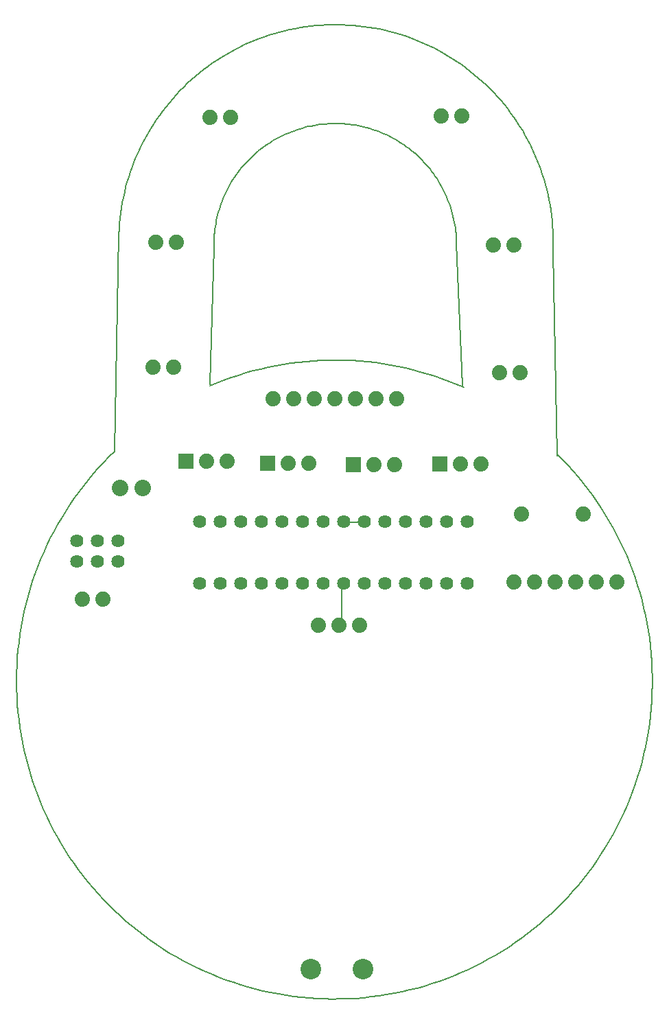
<source format=gtl>
G04 EAGLE Gerber X2 export*
G75*
%MOMM*%
%FSLAX34Y34*%
%LPD*%
%AMOC8*
5,1,8,0,0,1.08239X$1,22.5*%
G01*
%ADD10C,0.152400*%
%ADD11C,2.032000*%
%ADD12C,1.879600*%
%ADD13C,1.625600*%
%ADD14C,2.540000*%
%ADD15R,1.879600X1.879600*%


D10*
X540750Y761250D02*
X532044Y765004D01*
X523248Y768545D01*
X514370Y771872D01*
X505413Y774981D01*
X496383Y777871D01*
X487285Y780541D01*
X478125Y782989D01*
X468908Y785213D01*
X459640Y787212D01*
X450326Y788985D01*
X440972Y790530D01*
X431583Y791848D01*
X422164Y792937D01*
X412722Y793796D01*
X403261Y794426D01*
X393788Y794825D01*
X384309Y794993D01*
X374828Y794931D01*
X365351Y794637D01*
X355884Y794114D01*
X346433Y793360D01*
X337003Y792377D01*
X327599Y791164D01*
X318228Y789723D01*
X308895Y788054D01*
X299605Y786158D01*
X290364Y784038D01*
X281177Y781692D01*
X272050Y779125D01*
X262988Y776335D01*
X253997Y773326D01*
X245082Y770099D01*
X236248Y766657D01*
X227500Y763000D01*
X227500Y764750D02*
X232750Y934500D01*
X532000Y939750D02*
X539000Y763000D01*
X532000Y939750D02*
X531892Y943393D01*
X531695Y947032D01*
X531409Y950665D01*
X531035Y954290D01*
X530573Y957905D01*
X530023Y961508D01*
X529386Y965096D01*
X528661Y968667D01*
X527850Y972220D01*
X526952Y975752D01*
X525968Y979261D01*
X524900Y982746D01*
X523747Y986203D01*
X522510Y989631D01*
X521189Y993027D01*
X519787Y996391D01*
X518303Y999720D01*
X516738Y1003011D01*
X515094Y1006263D01*
X513371Y1009475D01*
X511571Y1012643D01*
X509693Y1015767D01*
X507741Y1018844D01*
X505714Y1021872D01*
X503613Y1024851D01*
X501441Y1027777D01*
X499198Y1030650D01*
X496886Y1033467D01*
X494506Y1036226D01*
X492060Y1038928D01*
X489548Y1041568D01*
X486973Y1044147D01*
X484336Y1046662D01*
X481639Y1049113D01*
X478882Y1051497D01*
X476068Y1053813D01*
X473199Y1056060D01*
X470276Y1058236D01*
X467301Y1060341D01*
X464275Y1062372D01*
X461201Y1064330D01*
X458080Y1066211D01*
X454914Y1068017D01*
X451705Y1069744D01*
X448455Y1071393D01*
X445166Y1072962D01*
X441840Y1074451D01*
X438478Y1075858D01*
X435083Y1077183D01*
X431657Y1078425D01*
X428202Y1079584D01*
X424719Y1080657D01*
X421211Y1081646D01*
X417681Y1082549D01*
X414129Y1083365D01*
X410558Y1084095D01*
X406971Y1084738D01*
X403369Y1085293D01*
X399755Y1085760D01*
X396130Y1086139D01*
X392498Y1086430D01*
X388859Y1086632D01*
X385216Y1086746D01*
X381572Y1086771D01*
X377928Y1086707D01*
X374287Y1086554D01*
X370651Y1086313D01*
X367021Y1085983D01*
X363401Y1085565D01*
X359792Y1085059D01*
X356196Y1084465D01*
X352616Y1083784D01*
X349054Y1083016D01*
X345511Y1082161D01*
X341990Y1081221D01*
X338493Y1080195D01*
X335022Y1079084D01*
X331580Y1077888D01*
X328167Y1076610D01*
X324786Y1075248D01*
X321440Y1073805D01*
X318130Y1072281D01*
X314858Y1070676D01*
X311626Y1068993D01*
X308435Y1067231D01*
X305289Y1065392D01*
X302189Y1063476D01*
X299136Y1061486D01*
X296132Y1059422D01*
X293179Y1057286D01*
X290280Y1055078D01*
X287435Y1052801D01*
X284646Y1050455D01*
X281916Y1048041D01*
X279244Y1045562D01*
X276634Y1043019D01*
X274087Y1040412D01*
X271604Y1037745D01*
X269187Y1035018D01*
X266837Y1032232D01*
X264555Y1029391D01*
X262343Y1026494D01*
X260202Y1023545D01*
X258134Y1020544D01*
X256140Y1017494D01*
X254220Y1014396D01*
X252376Y1011253D01*
X250610Y1008065D01*
X248922Y1004835D01*
X247312Y1001566D01*
X245783Y998258D01*
X244335Y994913D01*
X242969Y991535D01*
X241685Y988124D01*
X240485Y984683D01*
X239369Y981214D01*
X238338Y977718D01*
X237392Y974199D01*
X236532Y970657D01*
X235759Y967096D01*
X235073Y963517D01*
X234474Y959922D01*
X233962Y956314D01*
X233539Y952694D01*
X233204Y949065D01*
X232958Y945429D01*
X232800Y941788D01*
X232730Y938144D01*
X232750Y934500D01*
X115499Y950250D02*
X115814Y956797D01*
X116288Y963334D01*
X116922Y969858D01*
X117715Y976364D01*
X118668Y982849D01*
X119778Y989309D01*
X121047Y995739D01*
X122472Y1002137D01*
X124053Y1008498D01*
X125789Y1014818D01*
X127679Y1021094D01*
X129722Y1027322D01*
X131917Y1033498D01*
X134263Y1039618D01*
X136757Y1045679D01*
X139398Y1051678D01*
X142186Y1057610D01*
X145118Y1063472D01*
X148192Y1069261D01*
X151407Y1074972D01*
X154761Y1080604D01*
X158251Y1086151D01*
X161876Y1091612D01*
X165634Y1096983D01*
X169521Y1102259D01*
X173537Y1107440D01*
X177678Y1112520D01*
X181942Y1117498D01*
X186327Y1122370D01*
X190829Y1127133D01*
X195446Y1131785D01*
X200176Y1136322D01*
X205016Y1140743D01*
X209962Y1145044D01*
X215011Y1149222D01*
X220162Y1153276D01*
X225410Y1157202D01*
X230752Y1161000D01*
X236186Y1164665D01*
X241708Y1168196D01*
X247314Y1171591D01*
X253002Y1174849D01*
X258768Y1177966D01*
X264608Y1180941D01*
X270520Y1183772D01*
X276498Y1186458D01*
X282541Y1188997D01*
X288644Y1191387D01*
X294803Y1193628D01*
X301016Y1195717D01*
X307278Y1197654D01*
X313585Y1199437D01*
X319934Y1201065D01*
X326321Y1202537D01*
X332742Y1203853D01*
X339193Y1205011D01*
X345671Y1206011D01*
X352171Y1206853D01*
X358689Y1207535D01*
X365223Y1208058D01*
X371767Y1208421D01*
X378319Y1208623D01*
X384873Y1208666D01*
X391426Y1208548D01*
X397975Y1208269D01*
X404514Y1207831D01*
X411041Y1207233D01*
X417552Y1206476D01*
X424042Y1205559D01*
X430508Y1204484D01*
X436945Y1203251D01*
X443350Y1201862D01*
X449720Y1200316D01*
X456049Y1198614D01*
X462336Y1196759D01*
X468575Y1194750D01*
X474763Y1192589D01*
X480896Y1190278D01*
X486971Y1187817D01*
X492984Y1185208D01*
X498931Y1182454D01*
X504809Y1179554D01*
X510615Y1176512D01*
X516344Y1173328D01*
X521994Y1170006D01*
X527561Y1166546D01*
X533042Y1162951D01*
X538433Y1159224D01*
X543731Y1155365D01*
X548933Y1151378D01*
X554037Y1147265D01*
X559038Y1143029D01*
X563934Y1138671D01*
X568722Y1134195D01*
X573399Y1129603D01*
X577963Y1124899D01*
X582410Y1120084D01*
X586738Y1115161D01*
X590944Y1110135D01*
X595026Y1105007D01*
X598982Y1099781D01*
X602808Y1094459D01*
X606503Y1089046D01*
X610065Y1083544D01*
X613491Y1077956D01*
X616780Y1072286D01*
X619929Y1066538D01*
X622936Y1060714D01*
X625800Y1054818D01*
X628519Y1048854D01*
X631091Y1042826D01*
X633515Y1036736D01*
X635790Y1030589D01*
X637913Y1024388D01*
X639884Y1018137D01*
X641702Y1011840D01*
X643365Y1005500D01*
X644873Y999121D01*
X646224Y992708D01*
X647418Y986263D01*
X648454Y979791D01*
X649331Y973296D01*
X650049Y966781D01*
X650608Y960250D01*
X651007Y953708D01*
X651246Y947158D01*
X651324Y940604D01*
X651242Y934050D01*
X651000Y927500D01*
X115500Y950250D02*
X110250Y682500D01*
X656250Y677250D02*
X651000Y929250D01*
X656250Y679000D02*
X663012Y672198D01*
X669605Y665232D01*
X676027Y658107D01*
X682272Y650827D01*
X688337Y643397D01*
X694219Y635821D01*
X699914Y628103D01*
X705418Y620248D01*
X710729Y612261D01*
X715842Y604146D01*
X720756Y595909D01*
X725467Y587554D01*
X729973Y579087D01*
X734270Y570511D01*
X738356Y561834D01*
X742229Y553059D01*
X745886Y544192D01*
X749325Y535238D01*
X752544Y526203D01*
X755541Y517092D01*
X758315Y507910D01*
X760863Y498663D01*
X763184Y489357D01*
X765278Y479996D01*
X767141Y470588D01*
X768775Y461136D01*
X770176Y451648D01*
X771345Y442128D01*
X772281Y432582D01*
X772984Y423016D01*
X773452Y413436D01*
X773686Y403847D01*
X773685Y394256D01*
X773450Y384667D01*
X772981Y375087D01*
X772277Y365522D01*
X771340Y355976D01*
X770170Y346456D01*
X768767Y336968D01*
X767133Y327516D01*
X765268Y318108D01*
X763174Y308748D01*
X760851Y299442D01*
X758302Y290195D01*
X755527Y281014D01*
X752529Y271903D01*
X749308Y262868D01*
X745868Y253915D01*
X742210Y245048D01*
X738337Y236274D01*
X734249Y227597D01*
X729951Y219022D01*
X725445Y210555D01*
X720733Y202201D01*
X715818Y193964D01*
X710703Y185850D01*
X705392Y177864D01*
X699886Y170009D01*
X694191Y162292D01*
X688308Y154716D01*
X682242Y147287D01*
X675996Y140008D01*
X669574Y132884D01*
X662979Y125919D01*
X656217Y119117D01*
X649290Y112482D01*
X642202Y106019D01*
X634959Y99732D01*
X627565Y93623D01*
X620023Y87697D01*
X612339Y81957D01*
X604516Y76406D01*
X596561Y71049D01*
X588476Y65887D01*
X580268Y60925D01*
X571941Y56165D01*
X563500Y51610D01*
X554950Y47262D01*
X546297Y43126D01*
X537545Y39201D01*
X528700Y35492D01*
X519766Y32001D01*
X510750Y28729D01*
X501657Y25678D01*
X492491Y22850D01*
X483260Y20248D01*
X473967Y17872D01*
X464619Y15723D01*
X455222Y13804D01*
X445780Y12116D01*
X436300Y10658D01*
X426787Y9433D01*
X417247Y8441D01*
X407685Y7683D01*
X398108Y7158D01*
X388521Y6868D01*
X378929Y6812D01*
X369340Y6991D01*
X359757Y7404D01*
X350187Y8051D01*
X340636Y8932D01*
X331110Y10047D01*
X321613Y11394D01*
X312153Y12972D01*
X302733Y14782D01*
X293361Y16821D01*
X284042Y19089D01*
X274780Y21584D01*
X265583Y24305D01*
X256454Y27250D01*
X247401Y30417D01*
X238427Y33804D01*
X229539Y37410D01*
X220742Y41232D01*
X212041Y45268D01*
X203442Y49516D01*
X194948Y53972D01*
X186566Y58635D01*
X178301Y63502D01*
X170157Y68569D01*
X162140Y73833D01*
X154253Y79292D01*
X146503Y84943D01*
X138893Y90781D01*
X131427Y96803D01*
X124112Y103006D01*
X116950Y109386D01*
X109946Y115940D01*
X103105Y122662D01*
X96430Y129550D01*
X89926Y136599D01*
X83595Y143805D01*
X77443Y151164D01*
X71473Y158671D01*
X65688Y166321D01*
X60091Y174111D01*
X54687Y182035D01*
X49478Y190089D01*
X44468Y198268D01*
X39659Y206566D01*
X35054Y214980D01*
X30657Y223505D01*
X26469Y232134D01*
X22494Y240862D01*
X18733Y249686D01*
X15189Y258599D01*
X11864Y267595D01*
X8760Y276671D01*
X5878Y285819D01*
X3221Y295035D01*
X791Y304314D01*
X-1412Y313649D01*
X-3386Y323035D01*
X-5131Y332467D01*
X-6644Y341938D01*
X-7924Y351444D01*
X-8973Y360978D01*
X-9787Y370535D01*
X-10368Y380109D01*
X-10715Y389694D01*
X-10827Y399285D01*
X-10705Y408876D01*
X-10348Y418460D01*
X-9757Y428034D01*
X-8932Y437590D01*
X-7873Y447123D01*
X-6582Y456627D01*
X-5059Y466097D01*
X-3305Y475527D01*
X-1321Y484911D01*
X892Y494243D01*
X3333Y503519D01*
X6000Y512733D01*
X8891Y521878D01*
X12005Y530950D01*
X15339Y539943D01*
X18893Y548852D01*
X22663Y557671D01*
X26648Y566396D01*
X30845Y575021D01*
X35252Y583540D01*
X39865Y591949D01*
X44683Y600243D01*
X49702Y608416D01*
X54919Y616465D01*
X60332Y624383D01*
X65937Y632167D01*
X71730Y639811D01*
X77708Y647311D01*
X83869Y654663D01*
X90206Y661862D01*
X96719Y668904D01*
X103401Y675785D01*
X110249Y682501D01*
D11*
X144870Y637400D03*
X116930Y637400D03*
D12*
X387200Y467600D03*
X361800Y467600D03*
X412600Y467600D03*
X157950Y786450D03*
X183350Y786450D03*
X160950Y940450D03*
X186350Y940450D03*
X228200Y1094100D03*
X253600Y1094100D03*
X512950Y1095850D03*
X538350Y1095850D03*
X577200Y936600D03*
X602600Y936600D03*
X585450Y779100D03*
X610850Y779100D03*
D13*
X89150Y571650D03*
X89150Y546250D03*
X114550Y546250D03*
X114550Y571650D03*
X63750Y571650D03*
X63750Y546250D03*
D12*
X729700Y521500D03*
X704300Y521500D03*
X678900Y521500D03*
X653500Y521500D03*
X628100Y521500D03*
X602700Y521500D03*
X612500Y605350D03*
X688700Y605350D03*
X458050Y747300D03*
X432650Y747300D03*
X407250Y747300D03*
X381850Y747300D03*
X356450Y747300D03*
X331050Y747300D03*
X305650Y747300D03*
D14*
X416950Y43600D03*
X351950Y43600D03*
D13*
X215200Y519450D03*
X240600Y519450D03*
X266000Y519450D03*
X291400Y519450D03*
X316800Y519450D03*
X342200Y519450D03*
X367600Y519450D03*
X393000Y519450D03*
X418400Y519450D03*
X443800Y519450D03*
X469200Y519450D03*
X494600Y519450D03*
X520000Y519450D03*
X545400Y519450D03*
X545400Y595650D03*
X520000Y595650D03*
X494600Y595650D03*
X469200Y595650D03*
X443800Y595650D03*
X418400Y595650D03*
X393000Y595650D03*
X367600Y595650D03*
X342200Y595650D03*
X316800Y595650D03*
X291400Y595650D03*
X266000Y595650D03*
X240600Y595650D03*
X215200Y595650D03*
D15*
X511550Y667100D03*
D12*
X536950Y667100D03*
X562350Y667100D03*
D15*
X404450Y665850D03*
D12*
X429850Y665850D03*
X455250Y665850D03*
D15*
X299350Y667600D03*
D12*
X324750Y667600D03*
X350150Y667600D03*
D15*
X198250Y670100D03*
D12*
X223650Y670100D03*
X249050Y670100D03*
X70000Y500000D03*
X95400Y500000D03*
D10*
X390000Y515000D02*
X390000Y470000D01*
X390000Y515000D02*
X393000Y519450D01*
X390000Y470000D02*
X387200Y467600D01*
X395000Y595000D02*
X415000Y595000D01*
X395000Y595000D02*
X393000Y595650D01*
X415000Y595000D02*
X418400Y595650D01*
M02*

</source>
